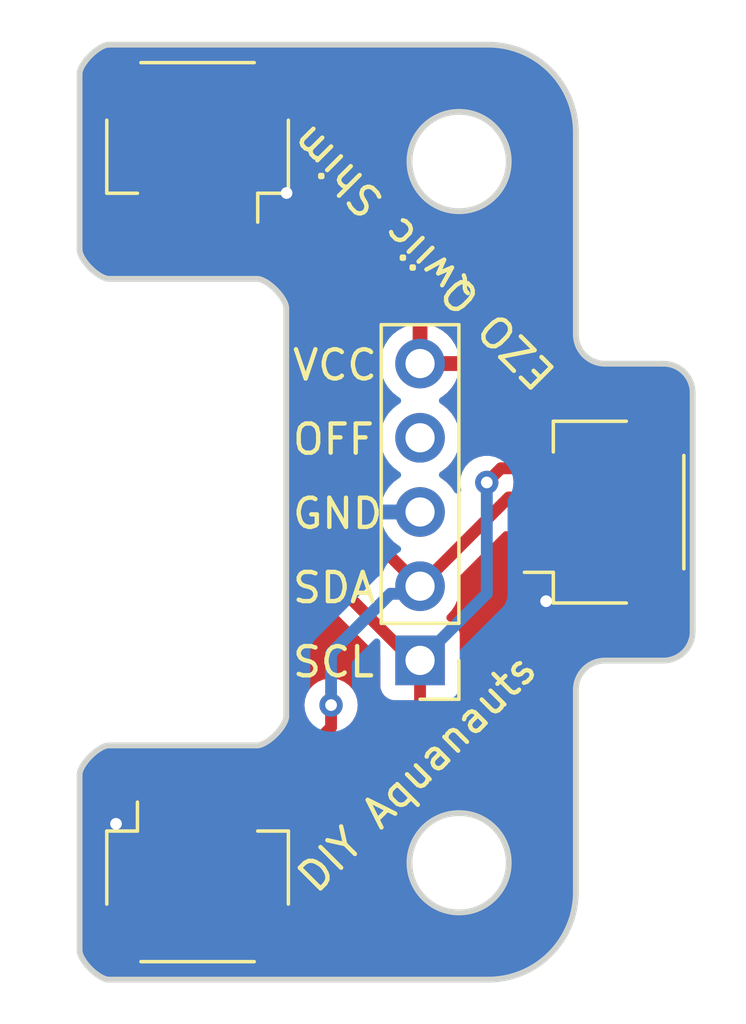
<source format=kicad_pcb>
(kicad_pcb (version 20220621) (generator pcbnew)
  (layers (0 "F.Cu" signal) (31 "B.Cu" signal) (34 "B.Paste" user) (35 "F.Paste" user) (36 "B.SilkS" user "B.Silkscreen") (37 "F.SilkS" user "F.Silkscreen") (38 "B.Mask" user) (39 "F.Mask" user) (44 "Edge.Cuts" user))
  (net 0 "")
  (net 1 "/SCL")
  (net 2 "/SDA")
  (net 3 "GND")
  (net 4 "/OFF")
  (net 5 "VCC")
  (footprint "Connector_JST:JST_SH_SM04B-SRSS-TB_1x04-1MP_P1.00mm_Horizontal" (layer "F.Cu") (at 163.83 83.82 90)
    (fp_text reference "J4" hide)
    (fp_text value "Conn_01x04_Male")
    (fp_line (start -3.11 -1.785) (end -2.06 -1.785) (stroke (width 0.12)) (layer "F.SilkS"))
    (fp_line (start -3.11 0.715) (end -3.11 -1.785) (stroke (width 0.12)) (layer "F.SilkS"))
    (fp_line (start -2.06 -1.785) (end -2.06 -2.775) (stroke (width 0.12)) (layer "F.SilkS"))
    (fp_line (start -1.94 2.685) (end 1.94 2.685) (stroke (width 0.12)) (layer "F.SilkS"))
    (fp_line (start 3.11 -1.785) (end 2.06 -1.785) (stroke (width 0.12)) (layer "F.SilkS"))
    (fp_line (start 3.11 0.715) (end 3.11 -1.785) (stroke (width 0.12)) (layer "F.SilkS"))
    (pad "1" smd roundrect (at -1.5 -2 90) (size 0.6 1.55) (layers "F.Cu" "F.Paste" "F.Mask") (net 3 "GND"))
    (pad "2" smd roundrect (at -0.5 -2 90) (size 0.6 1.55) (layers "F.Cu" "F.Paste" "F.Mask") (net 5 "VCC"))
    (pad "3" smd roundrect (at 0.5 -2 90) (size 0.6 1.55) (layers "F.Cu" "F.Paste" "F.Mask") (net 2 "/SDA"))
    (pad "4" smd roundrect (at 1.5 -2 90) (size 0.6 1.55) (layers "F.Cu" "F.Paste" "F.Mask") (net 1 "/SCL"))
    (pad "MP" smd roundrect (at -2.8 1.875 90) (size 1.2 1.8) (layers "F.Cu" "F.Paste" "F.Mask") (roundrect_rratio 0.2083333333))
    (pad "MP" smd roundrect (at 2.8 1.875 90) (size 1.2 1.8) (layers "F.Cu" "F.Paste" "F.Mask") (roundrect_rratio 0.2083333333))
  )
  (footprint "Connector_JST:JST_SH_SM04B-SRSS-TB_1x04-1MP_P1.00mm_Horizontal" (layer "F.Cu") (at 149.86 71.12 180)
    (fp_text reference "J2" hide)
    (fp_text value "Conn_01x04_Male")
    (fp_line (start -3.11 -1.785) (end -2.06 -1.785) (stroke (width 0.12)) (layer "F.SilkS"))
    (fp_line (start -3.11 0.715) (end -3.11 -1.785) (stroke (width 0.12)) (layer "F.SilkS"))
    (fp_line (start -2.06 -1.785) (end -2.06 -2.775) (stroke (width 0.12)) (layer "F.SilkS"))
    (fp_line (start -1.94 2.685) (end 1.94 2.685) (stroke (width 0.12)) (layer "F.SilkS"))
    (fp_line (start 3.11 -1.785) (end 2.06 -1.785) (stroke (width 0.12)) (layer "F.SilkS"))
    (fp_line (start 3.11 0.715) (end 3.11 -1.785) (stroke (width 0.12)) (layer "F.SilkS"))
    (pad "1" smd roundrect (at -1.5 -2 180) (size 0.6 1.55) (layers "F.Cu" "F.Paste" "F.Mask") (net 3 "GND"))
    (pad "2" smd roundrect (at -0.5 -2 180) (size 0.6 1.55) (layers "F.Cu" "F.Paste" "F.Mask") (net 5 "VCC"))
    (pad "3" smd roundrect (at 0.5 -2 180) (size 0.6 1.55) (layers "F.Cu" "F.Paste" "F.Mask") (net 2 "/SDA"))
    (pad "4" smd roundrect (at 1.5 -2 180) (size 0.6 1.55) (layers "F.Cu" "F.Paste" "F.Mask") (net 1 "/SCL"))
    (pad "MP" smd roundrect (at -2.8 1.875 180) (size 1.2 1.8) (layers "F.Cu" "F.Paste" "F.Mask") (roundrect_rratio 0.2083333333))
    (pad "MP" smd roundrect (at 2.8 1.875 180) (size 1.2 1.8) (layers "F.Cu" "F.Paste" "F.Mask") (roundrect_rratio 0.2083333333))
  )
  (footprint "Connector_JST:JST_SH_SM04B-SRSS-TB_1x04-1MP_P1.00mm_Horizontal" (layer "F.Cu") (at 149.86 96.52)
    (fp_text reference "J3" hide)
    (fp_text value "Conn_01x04_Male")
    (fp_line (start -3.11 -1.785) (end -2.06 -1.785) (stroke (width 0.12)) (layer "F.SilkS"))
    (fp_line (start -3.11 0.715) (end -3.11 -1.785) (stroke (width 0.12)) (layer "F.SilkS"))
    (fp_line (start -2.06 -1.785) (end -2.06 -2.775) (stroke (width 0.12)) (layer "F.SilkS"))
    (fp_line (start -1.94 2.685) (end 1.94 2.685) (stroke (width 0.12)) (layer "F.SilkS"))
    (fp_line (start 3.11 -1.785) (end 2.06 -1.785) (stroke (width 0.12)) (layer "F.SilkS"))
    (fp_line (start 3.11 0.715) (end 3.11 -1.785) (stroke (width 0.12)) (layer "F.SilkS"))
    (pad "1" smd roundrect (at -1.5 -2) (size 0.6 1.55) (layers "F.Cu" "F.Paste" "F.Mask") (net 3 "GND"))
    (pad "2" smd roundrect (at -0.5 -2) (size 0.6 1.55) (layers "F.Cu" "F.Paste" "F.Mask") (net 5 "VCC"))
    (pad "3" smd roundrect (at 0.5 -2) (size 0.6 1.55) (layers "F.Cu" "F.Paste" "F.Mask") (net 2 "/SDA"))
    (pad "4" smd roundrect (at 1.5 -2) (size 0.6 1.55) (layers "F.Cu" "F.Paste" "F.Mask") (net 1 "/SCL"))
    (pad "MP" smd roundrect (at -2.8 1.875) (size 1.2 1.8) (layers "F.Cu" "F.Paste" "F.Mask") (roundrect_rratio 0.2083333333))
    (pad "MP" smd roundrect (at 2.8 1.875) (size 1.2 1.8) (layers "F.Cu" "F.Paste" "F.Mask") (roundrect_rratio 0.2083333333))
  )
  (footprint "Connector_PinHeader_2.54mm:PinHeader_1x05_P2.54mm_Vertical" (layer "F.Cu") (at 157.48 88.895 180)
    (fp_text reference "J1" hide)
    (fp_text value "Conn_01x05_Male")
    (fp_line (start -1.33 -1.33) (end 0 -1.33) (stroke (width 0.12)) (layer "F.SilkS"))
    (fp_line (start -1.33 0) (end -1.33 -1.33) (stroke (width 0.12)) (layer "F.SilkS"))
    (fp_line (start -1.33 1.27) (end -1.33 11.49) (stroke (width 0.12)) (layer "F.SilkS"))
    (fp_line (start -1.33 1.27) (end 1.33 1.27) (stroke (width 0.12)) (layer "F.SilkS"))
    (fp_line (start -1.33 11.49) (end 1.33 11.49) (stroke (width 0.12)) (layer "F.SilkS"))
    (fp_line (start 1.33 1.27) (end 1.33 11.49) (stroke (width 0.12)) (layer "F.SilkS"))
    (pad "1" thru_hole rect (at 0 0 180) (size 1.7 1.7) (drill 1) (layers *.Cu *.Mask) (net 1 "/SCL"))
    (pad "2" thru_hole oval (at 0 2.54 180) (size 1.7 1.7) (drill 1) (layers *.Cu *.Mask) (net 2 "/SDA"))
    (pad "3" thru_hole oval (at 0 5.08 180) (size 1.7 1.7) (drill 1) (layers *.Cu *.Mask) (net 3 "GND"))
    (pad "4" thru_hole oval (at 0 7.62 180) (size 1.7 1.7) (drill 1) (layers *.Cu *.Mask) (net 4 "/OFF"))
    (pad "5" thru_hole oval (at 0 10.16 180) (size 1.7 1.7) (drill 1) (layers *.Cu *.Mask) (net 5 "VCC"))
  )
  (gr_line (start 162.817403 96.82) (end 162.817403 89.9) (stroke (width 0.2)) (layer "Edge.Cuts"))
  (gr_curve (pts (xy 152.250108 75.97491) (xy 152.17597 75.925875) (xy 152.105674 75.889088) (xy 152.041931 75.865433)) (stroke (width 0.2)) (layer "Edge.Cuts"))
  (gr_line (start 151.897403 91.805) (end 146.817404 91.805) (stroke (width 0.2)) (layer "Edge.Cuts"))
  (gr_arc (start 163.817403 78.74) (mid 163.110297 78.447106) (end 162.817403 77.74) (stroke (width 0.2)) (layer "Edge.Cuts"))
  (gr_curve (pts (xy 145.847837 98.964528) (xy 145.827684 98.910219) (xy 145.817404 98.861431) (xy 145.817404 98.82)) (stroke (width 0.2)) (layer "Edge.Cuts"))
  (gr_line (start 145.817404 68.82) (end 145.817404 74.835) (stroke (width 0.2)) (layer "Edge.Cuts"))
  (gr_arc (start 165.817403 78.74) (mid 166.52451 79.032893) (end 166.817403 79.74) (stroke (width 0.2)) (layer "Edge.Cuts"))
  (gr_curve (pts (xy 152.01897 91.782607) (xy 152.102025 91.75531) (xy 152.197228 91.704063) (xy 152.295295 91.634001)) (stroke (width 0.2)) (layer "Edge.Cuts"))
  (gr_curve (pts (xy 146.817404 75.835) (xy 146.773584 75.835) (xy 146.728948 75.823489) (xy 146.695837 75.812607)) (stroke (width 0.2)) (layer "Edge.Cuts"))
  (gr_line (start 159.817403 67.82) (end 146.817404 67.82) (stroke (width 0.2)) (layer "Edge.Cuts"))
  (gr_circle (center 158.817403 95.82) (end 157.117403 95.82) (stroke (width 0.2)) (fill none) (layer "Edge.Cuts"))
  (gr_line (start 152.897403 76.835) (end 152.897403 90.805) (stroke (width 0.2)) (layer "Edge.Cuts"))
  (gr_curve (pts (xy 145.957314 99.172705) (xy 145.908278 99.098567) (xy 145.871491 99.028271) (xy 145.847837 98.964528)) (stroke (width 0.2)) (layer "Edge.Cuts"))
  (gr_curve (pts (xy 152.757493 91.157705) (xy 152.806529 91.083566) (xy 152.843316 91.013271) (xy 152.86697 90.949527)) (stroke (width 0.2)) (layer "Edge.Cuts"))
  (gr_curve (pts (xy 146.695837 99.797607) (xy 146.612782 99.77031) (xy 146.517579 99.719063) (xy 146.419512 99.649001)) (stroke (width 0.2)) (layer "Edge.Cuts"))
  (gr_curve (pts (xy 152.87501 76.713433) (xy 152.847713 76.630378) (xy 152.796467 76.535175) (xy 152.726404 76.437109)) (stroke (width 0.2)) (layer "Edge.Cuts"))
  (gr_curve (pts (xy 152.295295 91.634001) (xy 152.47122 91.508314) (xy 152.641981 91.332353) (xy 152.757493 91.157705)) (stroke (width 0.2)) (layer "Edge.Cuts"))
  (gr_curve (pts (xy 152.726404 76.437109) (xy 152.600717 76.261184) (xy 152.424756 76.090422) (xy 152.250108 75.97491)) (stroke (width 0.2)) (layer "Edge.Cuts"))
  (gr_curve (pts (xy 146.419512 99.649001) (xy 146.243587 99.523314) (xy 146.072826 99.347353) (xy 145.957314 99.172705)) (stroke (width 0.2)) (layer "Edge.Cuts"))
  (gr_curve (pts (xy 145.957314 75.187705) (xy 145.908278 75.113566) (xy 145.871491 75.043271) (xy 145.847837 74.979527)) (stroke (width 0.2)) (layer "Edge.Cuts"))
  (gr_curve (pts (xy 145.839797 92.683433) (xy 145.867094 92.600378) (xy 145.91834 92.505175) (xy 145.988403 92.407109)) (stroke (width 0.2)) (layer "Edge.Cuts"))
  (gr_line (start 166.817403 87.9) (end 166.817403 79.74) (stroke (width 0.2)) (layer "Edge.Cuts"))
  (gr_curve (pts (xy 145.847837 74.979527) (xy 145.827684 74.925219) (xy 145.817404 74.876431) (xy 145.817404 74.835)) (stroke (width 0.2)) (layer "Edge.Cuts"))
  (gr_curve (pts (xy 146.695837 75.812607) (xy 146.612782 75.78531) (xy 146.517579 75.734063) (xy 146.419512 75.664001)) (stroke (width 0.2)) (layer "Edge.Cuts"))
  (gr_curve (pts (xy 145.839797 68.698433) (xy 145.867094 68.615378) (xy 145.91834 68.520175) (xy 145.988403 68.422109)) (stroke (width 0.2)) (layer "Edge.Cuts"))
  (gr_line (start 146.817404 99.82) (end 159.817403 99.82) (stroke (width 0.2)) (layer "Edge.Cuts"))
  (gr_curve (pts (xy 146.464699 67.95991) (xy 146.538837 67.910875) (xy 146.609133 67.874087) (xy 146.672876 67.850433)) (stroke (width 0.2)) (layer "Edge.Cuts"))
  (gr_line (start 165.817403 78.74) (end 163.817403 78.74) (stroke (width 0.2)) (layer "Edge.Cuts"))
  (gr_arc (start 162.817403 89.9) (mid 163.110297 89.192894) (end 163.817403 88.9) (stroke (width 0.2)) (layer "Edge.Cuts"))
  (gr_line (start 162.817403 77.74) (end 162.817403 70.82) (stroke (width 0.2)) (layer "Edge.Cuts"))
  (gr_curve (pts (xy 152.86697 90.949527) (xy 152.887123 90.895219) (xy 152.897403 90.846431) (xy 152.897403 90.805)) (stroke (width 0.2)) (layer "Edge.Cuts"))
  (gr_curve (pts (xy 145.817404 92.805) (xy 145.817404 92.76118) (xy 145.828914 92.716544) (xy 145.839797 92.683433)) (stroke (width 0.2)) (layer "Edge.Cuts"))
  (gr_curve (pts (xy 152.041931 75.865433) (xy 151.987622 75.84528) (xy 151.938835 75.835) (xy 151.897403 75.835)) (stroke (width 0.2)) (layer "Edge.Cuts"))
  (gr_curve (pts (xy 151.897403 91.805) (xy 151.941223 91.805) (xy 151.985859 91.793489) (xy 152.01897 91.782607)) (stroke (width 0.2)) (layer "Edge.Cuts"))
  (gr_arc (start 159.817403 67.82) (mid 161.938724 68.698679) (end 162.817403 70.82) (stroke (width 0.2)) (layer "Edge.Cuts"))
  (gr_curve (pts (xy 145.988403 68.422109) (xy 146.11409 68.246183) (xy 146.290051 68.075422) (xy 146.464699 67.95991)) (stroke (width 0.2)) (layer "Edge.Cuts"))
  (gr_curve (pts (xy 146.817404 99.82) (xy 146.773584 99.82) (xy 146.728948 99.80849) (xy 146.695837 99.797607)) (stroke (width 0.2)) (layer "Edge.Cuts"))
  (gr_curve (pts (xy 145.817404 68.82) (xy 145.817404 68.77618) (xy 145.828914 68.731544) (xy 145.839797 68.698433)) (stroke (width 0.2)) (layer "Edge.Cuts"))
  (gr_curve (pts (xy 146.672876 91.835433) (xy 146.727185 91.81528) (xy 146.775972 91.805) (xy 146.817404 91.805)) (stroke (width 0.2)) (layer "Edge.Cuts"))
  (gr_line (start 145.817404 92.805) (end 145.817404 98.82) (stroke (width 0.2)) (layer "Edge.Cuts"))
  (gr_arc (start 166.817403 87.9) (mid 166.52451 88.607107) (end 165.817403 88.9) (stroke (width 0.2)) (layer "Edge.Cuts"))
  (gr_curve (pts (xy 152.897403 76.835) (xy 152.897403 76.79118) (xy 152.885893 76.746544) (xy 152.87501 76.713433)) (stroke (width 0.2)) (layer "Edge.Cuts"))
  (gr_curve (pts (xy 146.672876 67.850433) (xy 146.727185 67.83028) (xy 146.775972 67.82) (xy 146.817404 67.82)) (stroke (width 0.2)) (layer "Edge.Cuts"))
  (gr_curve (pts (xy 146.419512 75.664001) (xy 146.243587 75.538314) (xy 146.072826 75.362353) (xy 145.957314 75.187705)) (stroke (width 0.2)) (layer "Edge.Cuts"))
  (gr_circle (center 158.817403 71.82) (end 157.117403 71.82) (stroke (width 0.2)) (fill none) (layer "Edge.Cuts"))
  (gr_line (start 163.817403 88.9) (end 165.817403 88.9) (stroke (width 0.2)) (layer "Edge.Cuts"))
  (gr_arc (start 162.817403 96.82) (mid 161.938724 98.941321) (end 159.817403 99.82) (stroke (width 0.2)) (layer "Edge.Cuts"))
  (gr_line (start 146.817404 75.835) (end 151.897403 75.835) (stroke (width 0.2)) (layer "Edge.Cuts"))
  (gr_curve (pts (xy 146.464699 91.94491) (xy 146.538837 91.895875) (xy 146.609133 91.859088) (xy 146.672876 91.835433)) (stroke (width 0.2)) (layer "Edge.Cuts"))
  (gr_curve (pts (xy 145.988403 92.407109) (xy 146.11409 92.231184) (xy 146.290051 92.060422) (xy 146.464699 91.94491)) (stroke (width 0.2)) (layer "Edge.Cuts"))
  (gr_text "SDA" (at 153.035 86.995) (layer "F.SilkS") (effects (font (size 1 1)) (justify left bottom)))
  (gr_text "GND" (at 153.035 84.455) (layer "F.SilkS") (effects (font (size 1 1)) (justify left bottom)))
  (gr_text "VCC" (at 153.035 79.375) (layer "F.SilkS") (effects (font (size 1 1)) (justify left bottom)))
  (gr_text "DIY Aquanauts" (at 153.924 97.028 45) (layer "F.SilkS") (effects (font (size 1 1)) (justify left bottom)))
  (gr_text "SCL" (at 153.035 89.535) (layer "F.SilkS") (effects (font (size 1 1)) (justify left bottom)))
  (gr_text "OFF" (at 153.035 81.915) (layer "F.SilkS") (effects (font (size 1 1)) (justify left bottom)))
  (gr_text "EZO Qwiic Shim" (at 162.306 78.994 135) (layer "F.SilkS") (effects (font (size 1 1)) (justify left bottom)))
  (segment (start 149.098 75.184) (end 152.654 75.184) (width 0.4064) (layer "F.Cu") (net 1))
  (segment (start 154.432 76.962) (end 154.432 86.106) (width 0.4064) (layer "F.Cu") (net 1))
  (segment (start 157.48 90.424) (end 157.48 88.895) (width 0.4064) (layer "F.Cu") (net 1))
  (segment (start 153.384 94.52) (end 157.48 90.424) (width 0.4064) (layer "F.Cu") (net 1))
  (segment (start 152.654 75.184) (end 154.432 76.962) (width 0.4064) (layer "F.Cu") (net 1))
  (segment (start 160.25 82.32) (end 159.766 82.804) (width 0.4064) (layer "F.Cu") (net 1))
  (segment (start 148.36 74.446) (end 149.098 75.184) (width 0.4064) (layer "F.Cu") (net 1))
  (segment (start 148.36 73.12) (end 148.36 74.446) (width 0.4064) (layer "F.Cu") (net 1))
  (segment (start 157.221 88.895) (end 157.48 88.895) (width 0.4064) (layer "F.Cu") (net 1))
  (segment (start 151.36 94.52) (end 153.384 94.52) (width 0.4064) (layer "F.Cu") (net 1))
  (segment (start 161.83 82.32) (end 160.25 82.32) (width 0.4064) (layer "F.Cu") (net 1))
  (segment (start 154.432 86.106) (end 157.221 88.895) (width 0.4064) (layer "F.Cu") (net 1))
  (via (at 159.766 82.804) (size 0.8) (drill 0.4) (layers "F.Cu" "B.Cu") (net 1))
  (segment (start 159.766 86.609) (end 157.48 88.895) (width 0.4064) (layer "B.Cu") (net 1))
  (segment (start 159.766 82.804) (end 159.766 86.609) (width 0.4064) (layer "B.Cu") (net 1))
  (segment (start 152.908 74.422) (end 155.702 77.216) (width 0.4064) (layer "F.Cu") (net 2))
  (segment (start 157.48 86.355) (end 160.515 83.32) (width 0.4064) (layer "F.Cu") (net 2))
  (segment (start 150.876 92.964) (end 150.368 93.472) (width 0.4064) (layer "F.Cu") (net 2))
  (segment (start 155.702 84.577) (end 157.48 86.355) (width 0.4064) (layer "F.Cu") (net 2))
  (segment (start 155.702 77.216) (end 155.702 84.577) (width 0.4064) (layer "F.Cu") (net 2))
  (segment (start 149.36 74.176) (end 149.606 74.422) (width 0.4064) (layer "F.Cu") (net 2))
  (segment (start 154.432 91.186) (end 152.654 92.964) (width 0.4064) (layer "F.Cu") (net 2))
  (segment (start 152.654 92.964) (end 150.876 92.964) (width 0.4064) (layer "F.Cu") (net 2))
  (segment (start 160.515 83.32) (end 161.83 83.32) (width 0.4064) (layer "F.Cu") (net 2))
  (segment (start 150.368 93.472) (end 150.368 93.954657) (width 0.4064) (layer "F.Cu") (net 2))
  (segment (start 150.368 93.954657) (end 150.36 93.962657) (width 0.4064) (layer "F.Cu") (net 2))
  (segment (start 149.606 74.422) (end 152.908 74.422) (width 0.4064) (layer "F.Cu") (net 2))
  (segment (start 149.36 73.12) (end 149.36 74.176) (width 0.4064) (layer "F.Cu") (net 2))
  (segment (start 154.432 91.186) (end 154.432 90.424) (width 0.4064) (layer "F.Cu") (net 2))
  (segment (start 150.36 93.962657) (end 150.36 94.52) (width 0.4064) (layer "F.Cu") (net 2))
  (via (at 154.432 90.424) (size 0.8) (drill 0.4) (layers "F.Cu" "B.Cu") (net 2))
  (segment (start 157.221 86.614) (end 157.48 86.355) (width 0.4064) (layer "B.Cu") (net 2))
  (segment (start 154.432 88.646) (end 156.464 86.614) (width 0.4064) (layer "B.Cu") (net 2))
  (segment (start 156.464 86.614) (end 157.221 86.614) (width 0.4064) (layer "B.Cu") (net 2))
  (segment (start 154.432 90.424) (end 154.432 88.646) (width 0.4064) (layer "B.Cu") (net 2))
  (segment (start 161.83 85.32) (end 161.83 86.836) (width 0.4064) (layer "F.Cu") (net 3))
  (segment (start 161.83 86.836) (end 161.798 86.868) (width 0.4064) (layer "F.Cu") (net 3))
  (segment (start 151.36 73.12) (end 152.686 73.12) (width 0.4064) (layer "F.Cu") (net 3))
  (segment (start 148.36 94.52) (end 147.098 94.52) (width 0.4064) (layer "F.Cu") (net 3))
  (segment (start 147.098 94.52) (end 147.066 94.488) (width 0.4064) (layer "F.Cu") (net 3))
  (segment (start 152.686 73.12) (end 152.908 72.898) (width 0.4064) (layer "F.Cu") (net 3))
  (via (at 161.798 86.868) (size 0.8) (drill 0.4) (layers "F.Cu" "B.Cu") (net 3))
  (via (at 152.908 72.898) (size 0.8) (drill 0.4) (layers "F.Cu" "B.Cu") (net 3))
  (via (at 147.066 94.488) (size 0.8) (drill 0.4) (layers "F.Cu" "B.Cu") (net 3))
  (zone (net 5) (net_name "VCC") (layer "F.Cu") (connect_pads (clearance 0.508)) (min_thickness 0.254) (fill yes (thermal_gap 0.508) (thermal_bridge_width 0.508) (island_removal_mode 2) (island_area_min 10))
    (polygon (pts (xy 167.64 100.33) (xy 144.78 100.33) (xy 144.78 91.44) (xy 144.78 67.31) (xy 167.64 67.31)))
  )
  (zone (net 3) (net_name "GND") (layer "B.Cu") (connect_pads (clearance 0.508)) (min_thickness 0.254) (fill yes (thermal_gap 0.508) (thermal_bridge_width 0.508) (island_removal_mode 2) (island_area_min 10))
    (polygon (pts (xy 167.64 100.33) (xy 144.78 100.33) (xy 144.78 67.31) (xy 167.64 67.31)))
  )
)
</source>
